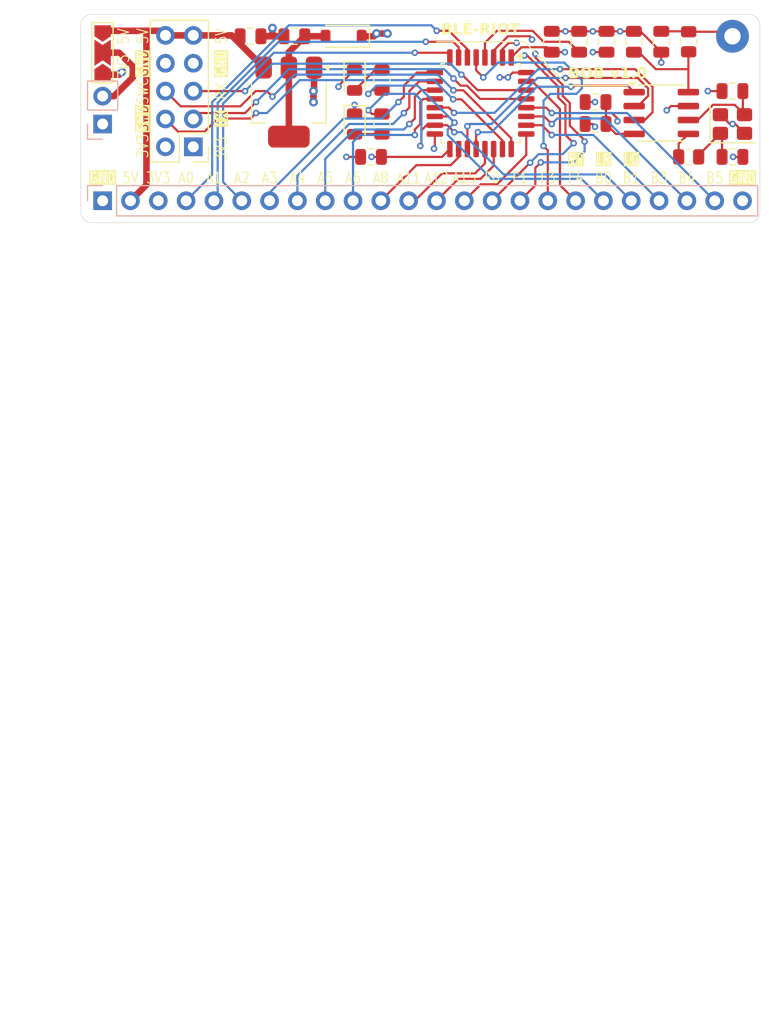
<source format=kicad_pcb>
(kicad_pcb (version 20241229) (generator "pcbnew") (generator_version "9.0")
  (layers (0 "F.Cu" signal) (4 "In1.Cu" signal) (6 "In2.Cu" signal) (2 "B.Cu" signal) (13 "F.Paste" user) (15 "B.Paste" user) (5 "F.SilkS" user "F.Silkscreen") (7 "B.SilkS" user "B.Silkscreen") (1 "F.Mask" user) (3 "B.Mask" user) (25 "Edge.Cuts" user))
  (net 0 "")
  (net 1 "Net-(A1-A)")
  (net 2 "GND")
  (net 3 "Net-(U1-ANT)")
  (net 4 "Net-(U1-XC0)")
  (net 5 "Net-(U1-XC1)")
  (net 6 "+3V3")
  (net 7 "+5V")
  (net 8 "Net-(U3-PF2-NRST)")
  (net 9 "Net-(D1-A)")
  (net 10 "Net-(D2-A)")
  (net 11 "/PROG_DIO")
  (net 12 "/PROG_CLK")
  (net 13 "/PROG_RXD")
  (net 14 "/PROG_TXD")
  (net 15 "/PF0")
  (net 16 "/PF4")
  (net 17 "/PB3")
  (net 18 "/PF1")
  (net 19 "/PB1")
  (net 20 "/PB0")
  (net 21 "/PB4")
  (net 22 "/PF3")
  (net 23 "/PA3")
  (net 24 "/PA8")
  (net 25 "/PA5")
  (net 26 "/PA0")
  (net 27 "/PA12")
  (net 28 "/PA2")
  (net 29 "/PA6")
  (net 30 "/PA11")
  (net 31 "/PA4")
  (net 32 "/PA1")
  (net 33 "/RF_CLK")
  (net 34 "/~{RF_CS}")
  (net 35 "/RF_DIO")
  (net 36 "/PA15")
  (net 37 "/PB5")
  (net 38 "Net-(D3-A)")
  (net 39 "Net-(J2-Pin_2)")
  (net 40 "Net-(C4-Pad2)")
  (footprint "Resistor_SMD:R_0805_2012Metric" (layer "F.Cu") (at 207.5 57 90)
    (property "Reference" "R3" (hide yes))
    (property "Value" "270R")
  )
  (footprint "Capacitor_SMD:C_0805_2012Metric" (layer "F.Cu") (at 230.5 53.5 -90)
    (property "Reference" "C2" (hide yes))
    (property "Value" "NC")
  )
  (footprint "Capacitor_SMD:C_0805_2012Metric" (layer "F.Cu") (at 195.5 53)
    (property "Reference" "C9" (hide yes))
    (property "Value" "10u")
  )
  (footprint "Resistor_SMD:R_0805_2012Metric" (layer "F.Cu") (at 235.5 64)
    (property "Reference" "R2" (hide yes))
    (property "Value" "0R")
  )
  (footprint "Capacitor_SMD:C_0805_2012Metric" (layer "F.Cu") (at 239.5 64 180)
    (property "Reference" "C4" (hide yes))
    (property "Value" "NC")
  )
  (footprint "Capacitor_SMD:C_0805_2012Metric" (layer "F.Cu") (at 227 59 180)
    (property "Reference" "C5" (hide yes))
    (property "Value" "1u")
  )
  (footprint "Capacitor_SMD:C_0805_2012Metric" (layer "F.Cu") (at 239.5 58)
    (property "Reference" "C3" (hide yes))
    (property "Value" "NC")
  )
  (footprint "Capacitor_SMD:C_0805_2012Metric" (layer "F.Cu") (at 225.5 53.5 90)
    (property "Reference" "C10" (hide yes))
    (property "Value" "100n")
  )
  (footprint "Diode_SMD:D_SOD-123" (layer "F.Cu") (at 204 53 180)
    (property "Reference" "D1" (hide yes))
    (property "Value" "DSK14")
  )
  (footprint "Resistor_SMD:R_0805_2012Metric" (layer "F.Cu") (at 235.5 53.5 90)
    (property "Reference" "R1" (hide yes))
    (property "Value" "0R")
  )
  (footprint "Resistor_SMD:R_0805_2012Metric" (layer "F.Cu") (at 207.5 61 -90)
    (property "Reference" "R4" (hide yes))
    (property "Value" "270R")
  )
  (footprint "Capacitor_SMD:C_0805_2012Metric" (layer "F.Cu") (at 233 53.5 90)
    (property "Reference" "C1" (hide yes))
    (property "Value" "NC")
  )
  (footprint "Drake:Wire antena 2.4GHz" (layer "F.Cu") (at 239.5 53 90)
    (property "Reference" "A1" (hide yes))
    (property "Value" "31mm")
  )
  (footprint "Capacitor_SMD:C_0805_2012Metric" (layer "F.Cu") (at 223 53.5 90)
    (property "Reference" "C8" (hide yes))
    (property "Value" "100n")
  )
  (footprint "LED_SMD:LED_0805_2012Metric" (layer "F.Cu") (at 205 61 -90)
    (property "Reference" "D3" (hide yes))
    (property "Value" "GREEN")
  )
  (footprint "Package_TO_SOT_SMD:SOT-223-3_TabPin2" (layer "F.Cu") (at 199 59 -90)
    (property "Reference" "U2" (hide yes))
    (property "Value" "LM1117MP-3.3")
  )
  (footprint "Capacitor_SMD:C_0805_2012Metric" (layer "F.Cu") (at 199.5 53 180)
    (property "Reference" "C11" (hide yes))
    (property "Value" "10u")
  )
  (footprint "Capacitor_SMD:C_0805_2012Metric" (layer "F.Cu") (at 206.5 64 180)
    (property "Reference" "C12" (hide yes))
    (property "Value" "100n")
  )
  (footprint "Capacitor_SMD:C_0805_2012Metric" (layer "F.Cu") (at 228 53.5 90)
    (property "Reference" "C7" (hide yes))
    (property "Value" "1u")
  )
  (footprint "Crystal:Crystal_SMD_3225-4Pin_3.2x2.5mm" (layer "F.Cu") (at 239.5 61)
    (property "Reference" "Y1" (hide yes))
    (property "Value" "16MHz")
  )
  (footprint "LED_SMD:LED_0805_2012Metric" (layer "F.Cu") (at 205 57 -90)
    (property "Reference" "D2" (hide yes))
    (property "Value" "RED")
  )
  (footprint "Capacitor_SMD:C_0805_2012Metric" (layer "F.Cu") (at 227 61 180)
    (property "Reference" "C6" (hide yes))
    (property "Value" "100n")
  )
  (footprint "Connector_PinHeader_2.54mm:PinHeader_2x05_P2.54mm_Vertical" (layer "F.Cu") (at 190.275 63.08 180)
    (property "Reference" "J1" (hide yes))
    (property "Value" "PROG")
  )
  (footprint "Package_QFP:LQFP-32_7x7mm_P0.8mm" (layer "F.Cu") (at 216.5 59.11 -90)
    (property "Reference" "U3" (hide yes))
    (property "Value" "PY32F030K1xTx")
  )
  (footprint "Jumper:SolderJumper-3_P2.0mm_Open_TrianglePad1.0x1.5mm" (layer "F.Cu") (at 182 54.5 90)
    (property "Reference" "JP1" (hide yes))
    (property "Value" "5V / 3.3V")
  )
  (footprint "Package_SO:SOIC-8_3.9x4.9mm_P1.27mm" (layer "F.Cu") (at 233 60)
    (property "Reference" "U1" (hide yes))
    (property "Value" "PAN2110P0AA")
  )
  (footprint "Connector_PinHeader_2.54mm:PinHeader_1x02_P2.54mm_Vertical" (layer "B.Cu") (at 182 61)
    (property "Reference" "J2" (hide yes))
    (property "Value" "PWR")
  )
  (footprint "Connector_PinHeader_2.54mm:PinHeader_1x24_P2.54mm_Vertical" (layer "B.Cu") (at 182 68 -90)
    (property "Reference" "J3" (hide yes))
    (property "Value" "BB" (hide yes))
  )
  (gr_line (start 212.5 53.5) (end 220.5 53.5) (stroke (width 0.1)) (layer "F.SilkS"))
  (gr_line (start 224.5 57.5) (end 230 57.5) (stroke (width 0.1)) (layer "F.SilkS"))
  (gr_line (start 224.5 57.5) (end 220.5 53.5) (stroke (width 0.1)) (layer "F.SilkS"))
  (gr_line (start 181 51) (end 241 51) (stroke (width 0.05)) (layer "Edge.Cuts"))
  (gr_line (start 180 69) (end 180 52) (stroke (width 0.05)) (layer "Edge.Cuts"))
  (gr_line (start 241 70) (end 181 70) (stroke (width 0.05)) (layer "Edge.Cuts"))
  (gr_arc (start 242 69) (mid 241.707107 69.707107) (end 241 70) (stroke (width 0.05)) (layer "Edge.Cuts"))
  (gr_arc (start 181 70) (mid 180.292893 69.707107) (end 180 69) (stroke (width 0.05)) (layer "Edge.Cuts"))
  (gr_arc (start 241 51) (mid 241.707107 51.292893) (end 242 52) (stroke (width 0.05)) (layer "Edge.Cuts"))
  (gr_arc (start 180 52) (mid 180.292893 51.292893) (end 181 51) (stroke (width 0.05)) (layer "Edge.Cuts"))
  (gr_line (start 242 52) (end 242 69) (stroke (width 0.05)) (layer "Edge.Cuts"))
  (gr_text "3V3" (at 187.08 66.5 0) (layer "F.SilkS") (effects (font (size 1 0.8) (thickness 0.1)) (justify bottom)))
  (gr_text "LG" (at 230.26 64.825 0) (layer "F.SilkS" knockout) (effects (font (size 1 0.8) (thickness 0.1)) (justify bottom)))
  (gr_text "BOB v1.0" (at 224.5 57 0) (layer "F.SilkS") (effects (font (size 1 1) (thickness 0.25) (bold yes)) (justify left bottom)))
  (gr_text "A2" (at 194.7 66.5 0) (layer "F.SilkS") (effects (font (size 1 0.8) (thickness 0.1)) (justify bottom)))
  (gr_text "BT" (at 225.18 64.825 0) (layer "F.SilkS" knockout) (effects (font (size 1 0.8) (thickness 0.1)) (justify bottom)))
  (gr_text "B0" (at 227.72 66.5 0) (layer "F.SilkS") (effects (font (size 1 0.8) (thickness 0.1)) (justify bottom)))
  (gr_text "F1" (at 220.1 66.5 0) (layer "F.SilkS") (effects (font (size 1 0.8) (thickness 0.1)) (justify bottom)))
  (gr_text "A6" (at 204.86 66.5 0) (layer "F.SilkS") (effects (font (size 1 0.8) (thickness 0.1)) (justify bottom)))
  (gr_text "LR" (at 227.72 64.825 0) (layer "F.SilkS" knockout) (effects (font (size 1 0.8) (thickness 0.1)) (justify bottom)))
  (gr_text "GND" (at 192.25 55.5 90) (layer "F.SilkS" knockout) (effects (font (size 1 0.8) (thickness 0.1)) (justify top)))
  (gr_text "A1" (at 192.16 66.5 0) (layer "F.SilkS") (effects (font (size 1 0.8) (thickness 0.1)) (justify bottom)))
  (gr_text "A3" (at 197.24 66.5 0) (layer "F.SilkS") (effects (font (size 1 0.8) (thickness 0.1)) (justify bottom)))
  (gr_text "A4" (at 199.78 66.5 0) (layer "F.SilkS") (effects (font (size 1 0.8) (thickness 0.1)) (justify bottom)))
  (gr_text "TX" (at 192.25 60.5 90) (layer "F.SilkS" knockout) (effects (font (size 1 0.8) (thickness 0.1)) (justify top)))
  (gr_text "BLÉ-RIOT" (at 216.5 53 0) (layer "F.SilkS") (effects (font (size 1 1) (thickness 0.25) (bold yes)) (justify bottom)))
  (gr_text "B5" (at 237.88 66.5 0) (layer "F.SilkS") (effects (font (size 1 0.8) (thickness 0.1)) (justify bottom)))
  (gr_text "GND" (at 186.25 55.5 90) (layer "F.SilkS" knockout) (effects (font (size 1 0.8) (thickness 0.1)) (justify bottom)))
  (gr_text "F4" (at 225.18 66.5 0) (layer "F.SilkS") (effects (font (size 1 0.8) (thickness 0.1)) (justify bottom)))
  (gr_text "3V3" (at 184.5 55.75 90) (layer "F.SilkS") (effects (font (size 1 0.8) (thickness 0.1)) (justify bottom)))
  (gr_text "A11" (at 209.94 66.5 0) (layer "F.SilkS") (effects (font (size 1 0.8) (thickness 0.1)) (justify bottom)))
  (gr_text "5V" (at 184.54 66.5 0) (layer "F.SilkS") (effects (font (size 1 0.8) (thickness 0.1)) (justify bottom)))
  (gr_text "5V" (at 186.25 53 90) (layer "F.SilkS") (effects (font (size 1 0.8) (thickness 0.1)) (justify bottom)))
  (gr_text "RX" (at 192.25 58 90) (layer "F.SilkS") (effects (font (size 1 0.8) (thickness 0.1)) (justify top)))
  (gr_text "3V3" (at 186.25 63 90) (layer "F.SilkS") (effects (font (size 1 0.8) (thickness 0.1)) (justify bottom)))
  (gr_text "B4" (at 235.34 66.5 0) (layer "F.SilkS") (effects (font (size 1 0.8) (thickness 0.1)) (justify bottom)))
  (gr_text "B3" (at 232.8 66.5 0) (layer "F.SilkS") (effects (font (size 1 0.8) (thickness 0.1)) (justify bottom)))
  (gr_text "GND" (at 182 66.5 0) (layer "F.SilkS" knockout) (effects (font (size 1 0.8) (thickness 0.1)) (justify bottom)))
  (gr_text "A5" (at 202.32 66.5 0) (layer "F.SilkS") (effects (font (size 1 0.8) (thickness 0.1)) (justify bottom)))
  (gr_text "B1" (at 230.26 66.5 0) (layer "F.SilkS") (effects (font (size 1 0.8) (thickness 0.1)) (justify bottom)))
  (gr_text "3V3" (at 192.25 63.25 90) (layer "F.SilkS") (effects (font (size 1 0.8) (thickness 0.1)) (justify top)))
  (gr_text "5V" (at 192.25 53 90) (layer "F.SilkS") (effects (font (size 1 0.8) (thickness 0.1)) (justify top)))
  (gr_text "GND" (at 240.42 66.5 0) (layer "F.SilkS" knockout) (effects (font (size 1 0.8) (thickness 0.1)) (justify bottom)))
  (gr_text "F3" (at 222.64 66.5 0) (layer "F.SilkS") (effects (font (size 1 0.8) (thickness 0.1)) (justify bottom)))
  (gr_text "A12" (at 212.48 66.5 0) (layer "F.SilkS") (effects (font (size 1 0.8) (thickness 0.1)) (justify bottom)))
  (gr_text "SWC" (at 186.25 58 90) (layer "F.SilkS") (effects (font (size 1 0.8) (thickness 0.1)) (justify bottom)))
  (gr_text "A8" (at 207.4 66.5 0) (layer "F.SilkS") (effects (font (size 1 0.8) (thickness 0.1)) (justify bottom)))
  (gr_text "F0" (at 217.56 66.5 0) (layer "F.SilkS") (effects (font (size 1 0.8) (thickness 0.1)) (justify bottom)))
  (gr_text "5V" (at 184.5 53 90) (layer "F.SilkS") (effects (font (size 1 0.8) (thickness 0.1)) (justify bottom)))
  (gr_text "A15" (at 215.02 66.5 0) (layer "F.SilkS") (effects (font (size 1 0.8) (thickness 0.1)) (justify bottom)))
  (gr_text "SWD" (at 186.25 60.5 90) (layer "F.SilkS" knockout) (effects (font (size 1 0.8) (thickness 0.1)) (justify bottom)))
  (gr_text "A0" (at 189.62 66.5 0) (layer "F.SilkS") (effects (font (size 1 0.8) (thickness 0.1)) (justify bottom)))
  (segment (start 239.0875 52.5875) (end 239.5 53) (width 0.2) (layer "F.Cu") (net 1))
  (segment (start 235.5 52.5875) (end 235.4625 52.55) (width 0.2) (layer "F.Cu") (net 1))
  (segment (start 235.4625 52.55) (end 233 52.55) (width 0.2) (layer "F.Cu") (net 1))
  (segment (start 235.5 52.5875) (end 239.0875 52.5875) (width 0.2) (layer "F.Cu") (net 1))
  (segment (start 227 61.25) (end 226.95 61.25) (width 0.2) (layer "F.Cu") (net 2))
  (segment (start 226.75 52.55) (end 229.25 52.55) (width 0.2) (layer "F.Cu") (net 2))
  (segment (start 238.4 60.15) (end 239.25 61) (width 0.2) (layer "F.Cu") (net 2))
  (segment (start 233.885 59.365) (end 233.5 59.75) (width 0.2) (layer "F.Cu") (net 2))
  (segment (start 224.25 52.55) (end 226.75 52.55) (width 0.2) (layer "F.Cu") (net 2))
  (segment (start 240.6 61.85) (end 239.75 61) (width 0.2) (layer "F.Cu") (net 2))
  (segment (start 238.55 58) (end 237.25 58) (width 0.2) (layer "F.Cu") (net 2))
  (segment (start 239.25 61) (end 239.5 61) (width 0.2) (layer "F.Cu") (net 2))
  (segment (start 226.75 61) (end 227 61.25) (width 0.2) (layer "F.Cu") (net 2))
  (segment (start 198.55 53) (end 197.5 53) (width 0.6) (layer "F.Cu") (net 2))
  (segment (start 219.44 56.31) (end 219 56.75) (width 0.2) (layer "F.Cu") (net 2))
  (segment (start 197.5 53) (end 196.45 53) (width 0.6) (layer "F.Cu") (net 2))
  (segment (start 205.55 64) (end 204.25 64) (width 0.2) (layer "F.Cu") (net 2))
  (segment (start 197.5 52.25) (end 197.5 53) (width 0.6) (layer "F.Cu") (net 2))
  (segment (start 240.45 64) (end 239.55 64) (width 0.2) (layer "F.Cu") (net 2))
  (segment (start 203.53125 57.6) (end 203.53125 57.53125) (width 0.2) (layer "F.Cu") (net 2))
  (segment (start 205 60.0625) (end 205 59.25) (width 0.2) (layer "F.Cu") (net 2))
  (segment (start 203.53125 57.53125) (end 205 56.0625) (width 0.2) (layer "F.Cu") (net 2))
  (segment (start 212.325 61.91) (end 212.325 63.175) (width 0.2) (layer "F.Cu") (net 2))
  (segment (start 226.05 61) (end 226.75 61) (width 0.2) (layer "F.Cu") (net 2))
  (segment (start 201.25 58) (end 201.25 59) (width 0.6) (layer "F.Cu") (net 2))
  (segment (start 233 54.45) (end 233 55.4) (width 0.2) (layer "F.Cu") (net 2))
  (segment (start 226.05 59) (end 226.95 59) (width 0.2) (layer "F.Cu") (net 2))
  (segment (start 201.3 57.95) (end 201.25 58) (width 0.6) (layer "F.Cu") (net 2))
  (segment (start 219 56.75) (end 218.25 56.75) (width 0.2) (layer "F.Cu") (net 2))
  (segment (start 224.25 52.55) (end 223 52.55) (width 0.2) (layer "F.Cu") (net 2))
  (segment (start 212.325 63.175) (end 212.25 63.25) (width 0.2) (layer "F.Cu") (net 2))
  (segment (start 201.3 55.85) (end 201.3 57.95) (width 0.6) (layer "F.Cu") (net 2))
  (segment (start 220.675 56.31) (end 219.44 56.31) (width 0.2) (layer "F.Cu") (net 2))
  (segment (start 239.75 61) (end 239.5 61) (width 0.2) (layer "F.Cu") (net 2))
  (segment (start 229.25 52.55) (end 231.1 52.55) (width 0.2) (layer "F.Cu") (net 2))
  (segment (start 231.1 52.55) (end 233 54.45) (width 0.2) (layer "F.Cu") (net 2))
  (segment (start 235.475 59.365) (end 233.885 59.365) (width 0.2) (layer "F.Cu") (net 2))
  (via (at 201.25 58) (size 0.8) (drill 0.4) (layers "F.Cu" "B.Cu") (net 2))
  (via (at 233 55.4) (size 0.6) (drill 0.3) (layers "F.Cu" "B.Cu") (net 2))
  (via (at 219 56.75) (size 0.6) (drill 0.3) (layers "F.Cu" "B.Cu") (net 2))
  (via (at 237.25 58) (size 0.6) (drill 0.3) (layers "F.Cu" "B.Cu") (net 2))
  (via (at 218.25 56.75) (size 0.6) (drill 0.3) (layers "F.Cu" "B.Cu") (net 2))
  (via (at 203.53125 57.6) (size 0.6) (drill 0.3) (layers "F.Cu" "B.Cu") (net 2))
  (via (at 205 59.25) (size 0.6) (drill 0.3) (layers "F.Cu" "B.Cu") (net 2))
  (via (at 224.25 52.55) (size 0.6) (drill 0.3) (layers "F.Cu" "B.Cu") (net 2))
  (via (at 233.5 59.75) (size 0.6) (drill 0.3) (layers "F.Cu" "B.Cu") (net 2))
  (via (at 226.95 59) (size 0.6) (drill 0.3) (layers "F.Cu" "B.Cu") (net 2))
  (via (at 239.5 61) (size 0.6) (drill 0.3) (layers "F.Cu" "B.Cu") (net 2))
  (via (at 212.25 63.25) (size 0.6) (drill 0.3) (layers "F.Cu" "B.Cu") (net 2))
  (via (at 201.25 59) (size 0.8) (drill 0.4) (layers "F.Cu" "B.Cu") (net 2))
  (via (at 226.75 52.55) (size 0.6) (drill 0.3) (layers "F.Cu" "B.Cu") (net 2))
  (via (at 226.95 61.25) (size 0.6) (drill 0.3) (layers "F.Cu" "B.Cu") (net 2))
  (via (at 204.25 64) (size 0.6) (drill 0.3) (layers "F.Cu" "B.Cu") (net 2))
  (via (at 239.55 64) (size 0.6) (drill 0.3) (layers "F.Cu" "B.Cu") (net 2))
  (via (at 229.25 52.55) (size 0.6) (drill 0.3) (layers "F.Cu" "B.Cu") (net 2))
  (via (at 197.5 52.25) (size 0.8) (drill 0.4) (layers "F.Cu" "B.Cu") (net 2))
  (segment (start 235.475 56) (end 235.475 54.4375) (width 0.2) (layer "F.Cu") (net 3))
  (segment (start 230.5 54.45) (end 230.95 54.45) (width 0.2) (layer "F.Cu") (net 3))
  (segment (start 230.95 54.45) (end 232.5 56) (width 0.2) (layer "F.Cu") (net 3))
  (segment (start 232.5 56) (end 235.475 56) (width 0.2) (layer "F.Cu") (net 3))
  (segment (start 235.475 54.4375) (end 235.5 54.4125) (width 0.2) (layer "F.Cu") (net 3))
  (segment (start 235.475 58.095) (end 235.475 56) (width 0.2) (layer "F.Cu") (net 3))
  (segment (start 239.699 59.249) (end 240.6 60.15) (width 0.2) (layer "F.Cu") (net 4))
  (segment (start 237.71484 59.249) (end 239.699 59.249) (width 0.2) (layer "F.Cu") (net 4))
  (segment (start 235.475 60.635) (end 236.32884 60.635) (width 0.2) (layer "F.Cu") (net 4))
  (segment (start 240.45 58) (end 240.45 60) (width 0.2) (layer "F.Cu") (net 4))
  (segment (start 236.32884 60.635) (end 237.71484 59.249) (width 0.2) (layer "F.Cu") (net 4))
  (segment (start 240.45 60) (end 240.6 60.15) (width 0.2) (layer "F.Cu") (net 4))
  (segment (start 235.475 61.905) (end 234.5875 62.7925) (width 0.2) (layer "F.Cu") (net 5))
  (segment (start 234.5875 62.7925) (end 234.5875 64) (width 0.2) (layer "F.Cu") (net 5))
  (segment (start 227.95 60) (end 228.5 60) (width 0.2) (layer "F.Cu") (net 6))
  (segment (start 223 54.45) (end 224.2 54.45) (width 0.2) (layer "F.Cu") (net 6))
  (segment (start 228.855 61.905) (end 227.95 61) (width 0.2) (layer "F.Cu") (net 6))
  (segment (start 219.3 54.935) (end 220.235 54) (width 0.2) (layer "F.Cu") (net 6))
  (segment (start 224.25 54.5) (end 224.2 54.45) (width 0.2) (layer "F.Cu") (net 6))
  (segment (start 227.95 60) (end 227.95 59) (width 0.2) (layer "F.Cu") (net 6))
  (segment (start 222.55 54) (end 223 54.45) (width 0.2) (layer "F.Cu") (net 6))
  (segment (start 226.75 54.45) (end 228 54.45) (width 0.2) (layer "F.Cu") (net 6))
  (segment (start 230.525 61.905) (end 228.855 61.905) (width 0.2) (layer "F.Cu") (net 6))
  (segment (start 212.985 64) (end 207.45 64) (width 0.2) (layer "F.Cu") (net 6))
  (segment (start 206.75 53) (end 207 52.75) (width 0.6) (layer "F.Cu") (net 6))
  (segment (start 207 52.75) (end 208 52.75) (width 0.6) (layer "F.Cu") (net 6))
  (segment (start 227.95 61) (end 227.95 60) (width 0.2) (layer "F.Cu") (net 6))
  (segment (start 207.45 64) (end 206.55 64) (width 0.2) (layer "F.Cu") (net 6))
  (segment (start 183.5 56.5) (end 183.75 56.25) (width 0.6) (layer "F.Cu") (net 6))
  (segment (start 229 60.5) (end 229 60.75) (width 0.2) (layer "F.Cu") (net 6))
  (segment (start 220.235 54) (end 222.55 54) (width 0.2) (layer "F.Cu") (net 6))
  (segment (start 182 56.5) (end 183.5 56.5) (width 0.6) (layer "F.Cu") (net 6))
  (segment (start 213.7 63.285) (end 212.985 64) (width 0.2) (layer "F.Cu") (net 6))
  (segment (start 228.5 60) (end 229 60.5) (width 0.2) (layer "F.Cu") (net 6))
  (segment (start 205.65 53) (end 206.75 53) (width 0.6) (layer "F.Cu") (net 6))
  (via (at 226.75 54.45) (size 0.6) (drill 0.3) (layers "F.Cu" "B.Cu") (net 6))
  (via (at 207 52.75) (size 0.8) (drill 0.4) (layers "F.Cu" "B.Cu") (net 6))
  (via (at 208 52.75) (size 0.8) (drill 0.4) (layers "F.Cu" "B.Cu") (net 6))
  (via (at 206.55 64) (size 0.6) (drill 0.3) (layers "F.Cu" "B.Cu") (net 6))
  (via (at 183.75 56.25) (size 0.8) (drill 0.4) (layers "F.Cu" "B.Cu") (net 6))
  (via (at 229 60.75) (size 0.6) (drill 0.3) (layers "F.Cu" "B.Cu") (net 6))
  (via (at 224.2 54.45) (size 0.6) (drill 0.3) (layers "F.Cu" "B.Cu") (net 6))
  (segment (start 182 52.5) (end 186 52.5) (width 0.6) (layer "F.Cu") (net 7))
  (segment (start 193.77 52.92) (end 196.7 55.85) (width 0.6) (layer "F.Cu") (net 7))
  (segment (start 187.315 52.5) (end 187.735 52.92) (width 0.6) (layer "F.Cu") (net 7))
  (segment (start 184.54 68) (end 186 66.54) (width 0.6) (layer "F.Cu") (net 7))
  (segment (start 187.735 52.92) (end 193.77 52.92) (width 0.6) (layer "F.Cu") (net 7))
  (segment (start 186 66.54) (end 186 52.5) (width 0.6) (layer "F.Cu") (net 7))
  (segment (start 186 52.5) (end 187.315 52.5) (width 0.6) (layer "F.Cu") (net 7))
  (segment (start 216.9 54.935) (end 216.9 53.6) (width 0.2) (layer "F.Cu") (net 8))
  (segment (start 224.55 53.5) (end 225.21645 54.16645) (width 0.2) (layer "F.Cu") (net 8))
  (segment (start 216.9 53.6) (end 218 52.5) (width 0.2) (layer "F.Cu") (net 8))
  (segment (start 222.25 53.5) (end 224.55 53.5) (width 0.2) (layer "F.Cu") (net 8))
  (segment (start 221.25 52.5) (end 222.25 53.5) (width 0.2) (layer "F.Cu") (net 8))
  (segment (start 218 52.5) (end 221.25 52.5) (width 0.2) (layer "F.Cu") (net 8))
  (segment (start 199 62.15) (end 199 55.85) (width 0.6) (layer "F.Cu") (net 9))
  (segment (start 199 54.45) (end 200.45 53) (width 0.6) (layer "F.Cu") (net 9))
  (segment (start 200.45 53) (end 202.35 53) (width 0.6) (layer "F.Cu") (net 9))
  (segment (start 199 55.85) (end 199 54.45) (width 0.6) (layer "F.Cu") (net 9))
  (segment (start 207.5 56.0875) (end 206.85 56.0875) (width 0.2) (layer "F.Cu") (net 10))
  (segment (start 206.85 56.0875) (end 205 57.9375) (width 0.2) (layer "F.Cu") (net 10))
  (segment (start 214 58.75) (end 214.75 58.75) (width 0.2) (layer "F.Cu") (net 11))
  (segment (start 192.5 60.5) (end 191.309 61.691) (width 0.2) (layer "F.Cu") (net 11))
  (segment (start 195.5 60.5) (end 192.5 60.5) (width 0.2) (layer "F.Cu") (net 11))
  (segment (start 196 60) (end 195.5 60.5) (width 0.2) (layer "F.Cu") (net 11))
  (segment (start 188.886 61.691) (end 187.735 60.54) (width 0.2) (layer "F.Cu") (net 11))
  (segment (start 214.75 58.75) (end 218.5 62.5) (width 0.2) (layer "F.Cu") (net 11))
  (segment (start 218.5 62.5) (end 218.5 63.285) (width 0.2) (layer "F.Cu") (net 11))
  (segment (start 191.309 61.691) (end 188.886 61.691) (width 0.2) (layer "F.Cu") (net 11))
  (via (at 196 60) (size 0.6) (drill 0.3) (layers "F.Cu" "B.Cu") (net 11))
  (via (at 214 58.75) (size 0.6) (drill 0.3) (layers "F.Cu" "B.Cu") (net 11))
  (segment (start 200 57) (end 197 60) (width 0.2) (layer "B.Cu") (net 11))
  (segment (start 197 60) (end 196 60) (width 0.2) (layer "B.Cu") (net 11))
  (segment (start 212.25 57) (end 200 57) (width 0.2) (layer "B.Cu") (net 11))
  (segment (start 214 58.75) (end 212.25 57) (width 0.2) (layer "B.Cu") (net 11))
  (segment (start 195.96645 58) (end 194.57745 59.389) (width 0.2) (layer "F.Cu") (net 12))
  (segment (start 189.124 59.389) (end 187.735 58) (width 0.2) (layer "F.Cu") (net 12))
  (segment (start 219.3 62.3) (end 219.3 63.285) (width 0.2) (layer "F.Cu") (net 12))
  (segment (start 197.5 58.5) (end 197 58) (width 0.2) (layer "F.Cu") (net 12))
  (segment (start 214.925734 57.925734) (end 219.3 62.3) (width 0.2) (layer "F.Cu") (net 12))
  (segment (start 197 58) (end 195.96645 58) (width 0.2) (layer "F.Cu") (net 12))
  (segment (start 194.57745 59.389) (end 189.124 59.389) (width 0.2) (layer "F.Cu") (net 12))
  (segment (start 214.024263 57.925734) (end 214.925734 57.925734) (width 0.2) (layer "F.Cu") (net 12))
  (via (at 214.024263 57.925734) (size 0.6) (drill 0.3) (layers "F.Cu" "B.Cu") (net 12))
  (via (at 197.5 58.5) (size 0.6) (drill 0.3) (layers "F.Cu" "B.Cu") (net 12))
  (segment (start 199.5 56.5) (end 197.5 58.5) (width 0.2) (layer "B.Cu") (net 12))
  (segment (start 214.024263 57.925734) (end 212.598529 56.5) (width 0.2) (layer "B.Cu") (net 12))
  (segment (start 212.598529 56.5) (end 199.5 56.5) (width 0.2) (layer "B.Cu") (net 12))
  (segment (start 214.8171 56.5) (end 216.2271 57.91) (width 0.2) (layer "F.Cu") (net 13))
  (segment (start 216.2271 57.91) (end 220.675 57.91) (width 0.2) (layer "F.Cu") (net 13))
  (segment (start 190.275 58) (end 195 58) (width 0.2) (layer "F.Cu") (net 13))
  (segment (start 214.75 56.5) (end 214.8171 56.5) (width 0.2) (layer "F.Cu") (net 13))
  (via (at 195 58) (size 0.6) (drill 0.3) (layers "F.Cu" "B.Cu") (net 13))
  (via (at 214.75 56.5) (size 0.6) (drill 0.3) (layers "F.Cu" "B.Cu") (net 13))
  (segment (start 214.75 56.5) (end 213.75 55.5) (width 0.2) (layer "B.Cu") (net 13))
  (segment (start 213.75 55.5) (end 197.5 55.5) (width 0.2) (layer "B.Cu") (net 13))
  (segment (start 197.5 55.5) (end 195 58) (width 0.2) (layer "B.Cu") (net 13))
  (segment (start 214.676684 57.5) (end 215.25 57.5) (width 0.2) (layer "F.Cu") (net 14))
  (segment (start 214.034456 56.857772) (end 214.676684 57.5) (width 0.2) (layer "F.Cu") (net 14))
  (segment (start 196 59) (end 195 60) (width 0.2) (layer "F.Cu") (net 14))
  (segment (start 216.46 58.71) (end 220.675 58.71) (width 0.2) (layer "F.Cu") (net 14))
  (segment (start 195 60) (end 190.815 60) (width 0.2) (layer "F.Cu") (net 14))
  (segment (start 215.25 57.5) (end 216.46 58.71) (width 0.2) (layer "F.Cu") (net 14))
  (segment (start 190.815 60) (end 190.275 60.54) (width 0.2) (layer "F.Cu") (net 14))
  (via (at 214.034456 56.857772) (size 0.6) (drill 0.3) (layers "F.Cu" "B.Cu") (net 14))
  (via (at 196 59) (size 0.6) (drill 0.3) (layers "F.Cu" "B.Cu") (net 14))
  (segment (start 214.034456 56.857772) (end 213.176684 56) (width 0.2) (layer "B.Cu") (net 14))
  (segment (start 213.176684 56) (end 199 56) (width 0.2) (layer "B.Cu") (net 14))
  (segment (start 199 56) (end 196 59) (width 0.2) (layer "B.Cu") (net 14))
  (segment (start 221.03 64.53) (end 217.56 68) (width 0.2) (layer "F.Cu") (net 15))
  (segment (start 223.599 57.599) (end 220.75 54.75) (width 0.2) (layer "F.Cu") (net 15))
  (segment (start 219.085001 53.6) (end 218.5 54.185001) (width 0.2) (layer "F.Cu") (net 15))
  (segment (start 223.599 58.599) (end 223.599 57.599) (width 0.2) (layer "F.Cu") (net 15))
  (segment (start 219.886473 53.5) (end 219.786473 53.6) (width 0.2) (layer "F.Cu") (net 15))
  (segment (start 220.75 54.75) (end 220.5 54.75) (width 0.2) (layer "F.Cu") (net 15))
  (segment (start 218.5 54.935) (end 218.5 54.185001) (width 0.2) (layer "F.Cu") (net 15))
  (segment (start 224.25 62) (end 224.25 59.25) (width 0.2) (layer "F.Cu") (net 15))
  (segment (start 219.786473 53.6) (end 219.085001 53.6) (width 0.2) (layer "F.Cu") (net 15))
  (segment (start 225 62.75) (end 224.25 62) (width 0.2) (layer "F.Cu") (net 15))
  (segment (start 224.25 59.25) (end 223.599 58.599) (width 0.2) (layer "F.Cu") (net 15))
  (via (at 220.5 54.75) (size 0.6) (drill 0.3) (layers "F.Cu" "B.Cu") (net 15))
  (via (at 219.786473 53.6) (size 0.6) (drill 0.3) (layers "F.Cu" "B.Cu") (net 15))
  (via (at 221.03 64.53) (size 0.6) (drill 0.3) (layers "F.Cu" "B.Cu") (net 15))
  (via (at 225 62.75) (size 0.6) (drill 0.3) (layers "F.Cu" "B.Cu") (net 15))
  (segment (start 221.81 63.75) (end 224 63.75) (width 0.2) (layer "B.Cu") (net 15))
  (segment (start 221.03 64.53) (end 221.81 63.75) (width 0.2) (layer "B.Cu") (net 15))
  (segment (start 224 63.75) (end 225 62.75) (width 0.2) (layer "B.Cu") (net 15))
  (segment (start 221.230918 57.11) (end 223.75 59.629082) (width 0.2) (layer "F.Cu") (net 16))
  (segment (start 223.75 66.57) (end 225.18 68) (width 0.2) (layer "F.Cu") (net 16))
  (segment (start 223.75 59.629082) (end 223.75 66.57) (width 0.2) (layer "F.Cu") (net 16))
  (segment (start 220.675 57.11) (end 221.230918 57.11) (width 0.2) (layer "F.Cu") (net 16))
  (segment (start 223 62) (end 222.11 61.11) (width 0.2) (layer "F.Cu") (net 17))
  (segment (start 222.11 61.11) (end 220.675 61.11) (width 0.2) (layer "F.Cu") (net 17))
  (via (at 223 62) (size 0.6) (drill 0.3) (layers "F.Cu" "B.Cu") (net 17))
  (segment (start 226.8 62) (end 232.8 68) (width 0.2) (layer "B.Cu") (net 17))
  (segment (start 223 62) (end 226.8 62) (width 0.2) (layer "B.Cu") (net 17))
  (segment (start 221.5 54.5) (end 221.5 54.6) (width 0.2) (layer "F.Cu") (net 18))
  (segment (start 217.7 54.3) (end 217.7 54.935) (width 0.2) (layer "F.Cu") (net 18))
  (segment (start 219 53) (end 217.7 54.3) (width 0.2) (layer "F.Cu") (net 18))
  (segment (start 224.651 61.151) (end 224.651 59.0839) (width 0.2) (layer "F.Cu") (net 18))
  (segment (start 221.5 65) (end 222 64.5) (width 0.2) (layer "F.Cu") (net 18))
  (segment (start 221.25 53.25) (end 221.200735 53.299265) (width 0.2) (layer "F.Cu") (net 18))
  (segment (start 221 53) (end 221.25 53.25) (width 0.2) (layer "F.Cu") (net 18))
  (segment (start 224 57.4329) (end 221.5 54.9329) (width 0.2) (layer "F.Cu") (net 18))
  (segment (start 221 53) (end 219 53) (width 0.2) (layer "F.Cu") (net 18))
  (segment (start 221.5 54.9329) (end 221.5 54.5) (width 0.2) (layer "F.Cu") (net 18))
  (segment (start 224.651 59.0839) (end 224 58.4329) (width 0.2) (layer "F.Cu") (net 18))
  (segment (start 224 58.4329) (end 224 57.4329) (width 0.2) (layer "F.Cu") (net 18))
  (segment (start 226 62.6) (end 226 62.5) (width 0.2) (layer "F.Cu") (net 18))
  (segment (start 220.1 68) (end 221.5 66.6) (width 0.2) (layer "F.Cu") (net 18))
  (segment (start 226 62.5) (end 224.651 61.151) (width 0.2) (layer "F.Cu") (net 18))
  (segment (start 221.5 66.6) (end 221.5 65) (width 0.2) (layer "F.Cu") (net 18))
  (via (at 226 62.6) (size 0.6) (drill 0.3) (layers "F.Cu" "B.Cu") (net 18))
  (via (at 221.200735 53.299265) (size 0.6) (drill 0.3) (layers "F.Cu" "B.Cu") (net 18))
  (via (at 222 64.5) (size 0.6) (drill 0.3) (layers "F.Cu" "B.Cu") (net 18))
  (via (at 221.5 54.6) (size 0.6) (drill 0.3) (layers "F.Cu" "B.Cu") (net 18))
  (segment (start 225 64.5) (end 222 64.5) (width 0.2) (layer "B.Cu") (net 18))
  (segment (start 226 62.6) (end 226 63.5) (width 0.2) (layer "B.Cu") (net 18))
  (segment (start 226 63.5) (end 225 64.5) (width 0.2) (layer "B.Cu") (net 18))
  (segment (start 211.575001 61.11) (end 212.325 61.11) (width 0.2) (layer "F.Cu") (net 19))
  (segment (start 211 63) (end 211.101 62.899) (width 0.2) (layer "F.Cu") (net 19))
  (segment (start 213.46 61.11) (end 212.325 61.11) (width 0.2) (layer "F.Cu") (net 19))
  (segment (start 211.101 62.899) (end 211.101 61.584001) (width 0.2) (layer "F.Cu") (net 19))
  (segment (start 207.5 60.0875) (end 206.5875 60.0875) (width 0.2) (layer "F.Cu") (net 19))
  (segment (start 211.101 61.584001) (end 211.575001 61.11) (width 0.2) (layer "F.Cu") (net 19))
  (segment (start 206.5875 60.0875) (end 206.25 59.75) (width 0.2) (layer "F.Cu") (net 19))
  (segment (start 214.1 61.75) (end 213.46 61.11) (width 0.2) (layer "F.Cu") (net 19))
  (via (at 211 63) (size 0.6) (drill 0.3) (layers "F.Cu" "B.Cu") (net 19))
  (via (at 206.25 59.75) (size 0.6) (drill 0.3) (layers "F.Cu" "B.Cu") (net 19))
  (via (at 214.1 61.75) (size 0.6) (drill 0.3) (layers "F.Cu" "B.Cu") (net 19))
  (segment (start 218.599 65.599) (end 227.859 65.599) (width 0.2) (layer "B.Cu") (net 19))
  (segment (start 207.75 58.25) (end 206.25 59.75) (width 0.2) (layer "B.Cu") (net 19))
  (segment (start 211.101 58.851) (end 210.5 58.25) (width 0.2) (layer "B.Cu") (net 19))
  (segment (start 210.5 58.25) (end 207.75 58.25) (width 0.2) (layer "B.Cu") (net 19))
  (segment (start 211.101 62.899) (end 211.101 58.851) (width 0.2) (layer "B.Cu") (net 19))
  (segment (start 214.1 61.75) (end 214.75 61.75) (width 0.2) (layer "B.Cu") (net 19))
  (segment (start 211 63) (end 211.101 62.899) (width 0.2) (layer "B.Cu") (net 19))
  (segment (start 214.75 61.75) (end 218.599 65.599) (width 0.2) (layer "B.Cu") (net 19))
  (segment (start 227.859 65.599) (end 230.26 68) (width 0.2) (layer "B.Cu") (net 19))
  (segment (start 213.56 60.31) (end 212.325 60.31) (width 0.2) (layer "F.Cu") (net 20))
  (segment (start 206.5875 57.9125) (end 206.25 58.25) (width 0.2) (layer "F.Cu") (net 20))
  (segment (start 207.5 57.9125) (end 206.5875 57.9125) (width 0.2) (layer "F.Cu") (net 20))
  (segment (start 214.125 60.875) (end 213.56 60.31) (width 0.2) (layer "F.Cu") (net 20))
  (via (at 214.125 60.875) (size 0.6) (drill 0.3) (layers "F.Cu" "B.Cu") (net 20))
  (via (at 206.25 58.25) (size 0.6) (drill 0.3) (layers "F.Cu" "B.Cu") (net 20))
  (segment (start 214.125 60.875) (end 213.5 61.5) (width 0.2) (layer "B.Cu") (net 20))
  (segment (start 214.125 60.875) (end 210.75 57.5) (width 0.2) (layer "B.Cu") (net 20))
  (segment (start 210.75 57.5) (end 207 57.5) (width 0.2) (layer "B.Cu") (net 20))
  (segment (start 217.5 66) (end 225.72 66) (width 0.2) (layer "B.Cu") (net 20))
  (segment (start 213.5 62) (end 217.5 66) (width 0.2) (layer "B.Cu") (net 20))
  (segment (start 207 57.5) (end 206.25 58.25) (width 0.2) (layer "B.Cu") (net 20))
  (segment (start 213.5 61.5) (end 213.5 62) (width 0.2) (layer "B.Cu") (net 20))
  (segment (start 225.72 66) (end 227.72 68) (width 0.2) (layer "B.Cu") (net 20))
  (segment (start 223 61) (end 222.31 60.31) (width 0.2) (layer "F.Cu") (net 21))
  (segment (start 222.31 60.31) (end 220.675 60.31) (width 0.2) (layer "F.Cu") (net 21))
  (via (at 223 61) (size 0.6) (drill 0.3) (layers "F.Cu" "B.Cu") (net 21))
  (segment (start 223 61) (end 223.5 60.5) (width 0.2) (layer "B.Cu") (net 21))
  (segment (start 223.5 60.5) (end 227.84 60.5) (width 0.2) (layer "B.Cu") (net 21))
  (segment (start 227.84 60.5) (end 235.34 68) (width 0.2) (layer "B.Cu") (net 21))
  (segment (start 216.1 54.935) (end 216.1 56.1) (width 0.2) (layer "F.Cu") (net 22))
  (segment (start 222.64 68) (end 222.64 63.39) (width 0.2) (layer "F.Cu") (net 22))
  (segment (start 222.64 63.39) (end 222.25 63) (width 0.2) (layer "F.Cu") (net 22))
  (segment (start 216.1 56.1) (end 216.75 56.75) (width 0.2) (layer "F.Cu") (net 22))
  (via (at 216.75 56.75) (size 0.6) (drill 0.3) (layers "F.Cu" "B.Cu") (net 22))
  (via (at 222.25 63) (size 0.6) (drill 0.3) (layers "F.Cu" "B.Cu") (net 22))
  (segment (start 225.75 57) (end 224.148994 55.398994) (width 0.2) (layer "B.Cu") (net 22))
  (segment (start 222.875 58.25) (end 225.25 58.25) (width 0.2) (layer "B.Cu") (net 22))
  (segment (start 224.148994 55.398994) (end 218.101006 55.398994) (width 0.2) (layer "B.Cu") (net 22))
  (segment (start 225.75 57.75) (end 225.75 57) (width 0.2) (layer "B.Cu") (net 22))
  (segment (start 225.25 58.25) (end 225.75 57.75) (width 0.2) (layer "B.Cu") (net 22))
  (segment (start 218.101006 55.398994) (end 216.75 56.75) (width 0.2) (layer "B.Cu") (net 22))
  (segment (start 222.25 63) (end 222.25 58.875) (width 0.2) (layer "B.Cu") (net 22))
  (segment (start 222.25 58.875) (end 222.875 58.25) (width 0.2) (layer "B.Cu") (net 22))
  (segment (start 210.69 56.31) (end 212.325 56.31) (width 0.2) (layer "F.Cu") (net 23))
  (segment (start 209.5 57.5) (end 210.69 56.31) (width 0.2) (layer "F.Cu") (net 23))
  (segment (start 209 59) (end 209.5 58.5) (width 0.2) (layer "F.Cu") (net 23))
  (segment (start 209.5 58.5) (end 209.5 57.5) (width 0.2) (layer "F.Cu") (net 23))
  (via (at 209 59) (size 0.6) (drill 0.3) (layers "F.Cu" "B.Cu") (net 23))
  (segment (start 209 59) (end 207.5 60.5) (width 0.2) (layer "B.Cu") (net 23))
  (segment (start 197.24 67.26) (end 197.24 68) (width 0.2) (layer "B.Cu") (net 23))
  (segment (start 204 60.5) (end 197.24 67.26) (width 0.2) (layer "B.Cu") (net 23))
  (segment (start 207.5 60.5) (end 204 60.5) (width 0.2) (layer "B.Cu") (net 23))
  (segment (start 213.784999 64.75) (end 210.65 64.75) (width 0.2) (layer "F.Cu") (net 24))
  (segment (start 214.5 64.034999) (end 213.784999 64.75) (width 0.2) (layer "F.Cu") (net 24))
  (segment (start 214.5 63.285) (end 214.5 64.034999) (width 0.2) (layer "F.Cu") (net 24))
  (segment (start 210.65 64.75) (end 207.4 68) (width 0.2) (layer "F.Cu") (net 24))
  (segment (start 210.5 58.5) (end 211.09 57.91) (width 0.2) (layer "F.Cu") (net 25))
  (segment (start 210 61) (end 210.5 60.5) (width 0.2) (layer "F.Cu") (net 25))
  (segment (start 210.5 60.5) (end 210.5 58.5) (width 0.2) (layer "F.Cu") (net 25))
  (segment (start 211.09 57.91) (end 212.325 57.91) (width 0.2) (layer "F.Cu") (net 25))
  (via (at 210 61) (size 0.6) (drill 0.3) (layers "F.Cu" "B.Cu") (net 25))
  (segment (start 210 61) (end 209.5 61.5) (width 0.2) (layer "B.Cu") (net 25))
  (segment (start 205 61.5) (end 202.32 64.18) (width 0.2) (layer "B.Cu") (net 25))
  (segment (start 209.5 61.5) (end 205 61.5) (width 0.2) (layer "B.Cu") (net 25))
  (segment (start 202.32 64.18) (end 202.32 68) (width 0.2) (layer "B.Cu") (net 25))
  (segment (start 213.614999 52.5) (end 215.3 54.185001) (width 0.2) (layer "F.Cu") (net 26))
  (segment (start 212.5 52.5) (end 213.614999 52.5) (width 0.2) (layer "F.Cu") (net 26))
  (segment (start 215.3 54.185001) (end 215.3 54.935) (width 0.2) (layer "F.Cu") (net 26))
  (via (at 212.5 52.5) (size 0.6) (drill 0.3) (layers "F.Cu" "B.Cu") (net 26))
  (segment (start 199 52) (end 192 59) (width 0.2) (layer "B.Cu") (net 26))
  (segment (start 192 59) (end 192 65.62) (width 0.2) (layer "B.Cu") (net 26))
  (segment (start 192 65.62) (end 189.62 68) (width 0.2) (layer "B.Cu") (net 26))
  (segment (start 212 52) (end 199 52) (width 0.2) (layer "B.Cu") (net 26))
  (segment (start 212.5 52.5) (end 212 52) (width 0.2) (layer "B.Cu") (net 26))
  (segment (start 217.7 63.285) (end 217.7 64.8) (width 0.2) (layer "F.Cu") (net 27))
  (segment (start 217.7 64.8) (end 216.5 66) (width 0.2) (layer "F.Cu") (net 27))
  (segment (start 214.48 66) (end 212.48 68) (width 0.2) (layer "F.Cu") (net 27))
  (segment (start 216.5 66) (end 214.48 66) (width 0.2) (layer "F.Cu") (net 27))
  (segment (start 210.5 54.5) (end 213.4329 54.5) (width 0.2) (layer "F.Cu") (net 28))
  (segment (start 213.7 54.935) (end 213.7 54.7671) (width 0.2) (layer "F.Cu") (net 28))
  (segment (start 213.7 54.7671) (end 213.4329 54.5) (width 0.2) (layer "F.Cu") (net 28))
  (via (at 210.5 54.5) (size 0.6) (drill 0.3) (layers "F.Cu" "B.Cu") (net 28))
  (segment (start 193 66.3) (end 194.7 68) (width 0.2) (layer "B.Cu") (net 28))
  (segment (start 210.5 54.5) (end 197.6342 54.5) (width 0.2) (layer "B.Cu") (net 28))
  (segment (start 197.6342 54.5) (end 193 59.1342) (width 0.2) (layer "B.Cu") (net 28))
  (segment (start 193 59.1342) (end 193 66.3) (width 0.2) (layer "B.Cu") (net 28))
  (segment (start 211 59) (end 211.29 58.71) (width 0.2) (layer "F.Cu") (net 29))
  (segment (start 210.5 62) (end 210.5 61.5) (width 0.2) (layer "F.Cu") (net 29))
  (segment (start 211 61) (end 211 59) (width 0.2) (layer "F.Cu") (net 29))
  (segment (start 210.5 61.5) (end 211 61) (width 0.2) (layer "F.Cu") (net 29))
  (segment (start 211.29 58.71) (end 212.325 58.71) (width 0.2) (layer "F.Cu") (net 29))
  (via (at 210.5 62) (size 0.6) (drill 0.3) (layers "F.Cu" "B.Cu") (net 29))
  (segment (start 205.5 62) (end 204.86 62.64) (width 0.2) (layer "B.Cu") (net 29))
  (segment (start 210.5 62) (end 205.5 62) (width 0.2) (layer "B.Cu") (net 29))
  (segment (start 204.86 62.64) (end 204.86 68) (width 0.2) (layer "B.Cu") (net 29))
  (segment (start 216 65.5) (end 213 65.5) (width 0.2) (layer "F.Cu") (net 30))
  (segment (start 216.9 64.6) (end 216 65.5) (width 0.2) (layer "F.Cu") (net 30))
  (segment (start 210.5 68) (end 209.94 68) (width 0.2) (layer "F.Cu") (net 30))
  (segment (start 213 65.5) (end 210.5 68) (width 0.2) (layer "F.Cu") (net 30))
  (segment (start 216.9 63.285) (end 216.9 64.6) (width 0.2) (layer "F.Cu") (net 30))
  (segment (start 210.89 57.11) (end 212.325 57.11) (width 0.2) (layer "F.Cu") (net 31))
  (segment (start 209.5 60) (end 210 59.5) (width 0.2) (layer "F.Cu") (net 31))
  (segment (start 210 58) (end 210.89 57.11) (width 0.2) (layer "F.Cu") (net 31))
  (segment (start 210 59.5) (end 210 58) (width 0.2) (layer "F.Cu") (net 31))
  (via (at 209.5 60) (size 0.6) (drill 0.3) (layers "F.Cu" "B.Cu") (net 31))
  (segment (start 209.5 60) (end 208.5 61) (width 0.2) (layer "B.Cu") (net 31))
  (segment (start 204.5 61) (end 199.78 65.72) (width 0.2) (layer "B.Cu") (net 31))
  (segment (start 208.5 61) (end 204.5 61) (width 0.2) (layer "B.Cu") (net 31))
  (segment (start 199.78 65.72) (end 199.78 68) (width 0.2) (layer "B.Cu") (net 31))
  (segment (start 214 53.5) (end 214.5 54) (width 0.2) (layer "F.Cu") (net 32))
  (segment (start 211.5 53.5) (end 214 53.5) (width 0.2) (layer "F.Cu") (net 32))
  (segment (start 214.5 54) (end 214.5 54.935) (width 0.2) (layer "F.Cu") (net 32))
  (segment (start 214.5 54.185001) (end 214.5 54.935) (width 0.2) (layer "F.Cu") (net 32))
  (via (at 211.5 53.5) (size 0.6) (drill 0.3) (layers "F.Cu" "B.Cu") (net 32))
  (segment (start 198.0671 53.5) (end 192.5 59.0671) (width 0.2) (layer "B.Cu") (net 32))
  (segment (start 211.5 53.5) (end 198.0671 53.5) (width 0.2) (layer "B.Cu") (net 32))
  (segment (start 192.5 67.66) (end 192.16 68) (width 0.2) (layer "B.Cu") (net 32))
  (segment (start 192.5 59.0671) (end 192.5 67.66) (width 0.2) (layer "B.Cu") (net 32))
  (segment (start 224.25 56.799997) (end 230.846965 56.799997) (width 0.2) (layer "F.Cu") (net 33))
  (segment (start 230.871968 59.365) (end 230.525 59.365) (width 0.2) (layer "F.Cu") (net 33))
  (segment (start 231.801 57.754032) (end 231.801 58.435968) (width 0.2) (layer "F.Cu") (net 33))
  (segment (start 230.846965 56.799997) (end 231.801 57.754032) (width 0.2) (layer "F.Cu") (net 33))
  (segment (start 231.801 58.435968) (end 230.871968 59.365) (width 0.2) (layer "F.Cu") (net 33))
  (segment (start 215.3 61.2) (end 215.3 63.285) (width 0.2) (layer "F.Cu") (net 33))
  (via (at 224.25 56.799997) (size 0.6) (drill 0.3) (layers "F.Cu" "B.Cu") (net 33))
  (via (at 215.3 61.2) (size 0.6) (drill 0.3) (layers "F.Cu" "B.Cu") (net 33))
  (segment (start 217.5 61) (end 215.5 61) (width 0.2) (layer "B.Cu") (net 33))
  (segment (start 224.25 56.799997) (end 221.700003 56.799997) (width 0.2) (layer "B.Cu") (net 33))
  (segment (start 215.5 61) (end 215.3 61.2) (width 0.2) (layer "B.Cu") (net 33))
  (segment (start 221.700003 56.799997) (end 217.5 61) (width 0.2) (layer "B.Cu") (net 33))
  (segment (start 216.25 61.75) (end 216.1 61.9) (width 0.2) (layer "F.Cu") (net 34))
  (segment (start 225 57.6) (end 225.1 57.5) (width 0.2) (layer "F.Cu") (net 34))
  (segment (start 216.1 61.9) (end 216.1 63.285) (width 0.2) (layer "F.Cu") (net 34))
  (segment (start 225.1 57.5) (end 229.93 57.5) (width 0.2) (layer "F.Cu") (net 34))
  (segment (start 229.93 57.5) (end 230.525 58.095) (width 0.2) (layer "F.Cu") (net 34))
  (segment (start 224.75 57.6) (end 225 57.6) (width 0.2) (layer "F.Cu") (net 34))
  (via (at 216.25 61.75) (size 0.6) (drill 0.3) (layers "F.Cu" "B.Cu") (net 34))
  (via (at 224.75 57.6) (size 0.6) (drill 0.3) (layers "F.Cu" "B.Cu") (net 34))
  (segment (start 224.75 57.6) (end 221.65 57.6) (width 0.2) (layer "B.Cu") (net 34))
  (segment (start 217.5 61.75) (end 216.25 61.75) (width 0.2) (layer "B.Cu") (net 34))
  (segment (start 221.65 57.6) (end 217.5 61.75) (width 0.2) (layer "B.Cu") (net 34))
  (segment (start 213.01 59.51) (end 212.325 59.51) (width 0.2) (layer "F.Cu") (net 35))
  (segment (start 230.614068 56) (end 232.202 57.587932) (width 0.2) (layer "F.Cu") (net 35))
  (segment (start 232.202 59.932999) (end 231.499999 60.635) (width 0.2) (layer "F.Cu") (net 35))
  (segment (start 225 55.999994) (end 225.000006 56) (width 0.2) (layer "F.Cu") (net 35))
  (segment (start 232.202 57.587932) (end 232.202 59.932999) (width 0.2) (layer "F.Cu") (net 35))
  (segment (start 213.02 59.5) (end 213.01 59.51) (width 0.2) (layer "F.Cu") (net 35))
  (segment (start 231.499999 60.635) (end 230.525 60.635) (width 0.2) (layer "F.Cu") (net 35))
  (segment (start 225.000006 56) (end 230.614068 56) (width 0.2) (layer "F.Cu") (net 35))
  (segment (start 214.078585 59.980055) (end 213.59853 59.5) (width 0.2) (layer "F.Cu") (net 35))
  (segment (start 223.75 55.999994) (end 225 55.999994) (width 0.2) (layer "F.Cu") (net 35))
  (segment (start 213.59853 59.5) (end 213.02 59.5) (width 0.2) (layer "F.Cu") (net 35))
  (via (at 214.078585 59.980055) (size 0.6) (drill 0.3) (layers "F.Cu" "B.Cu") (net 35))
  (via (at 223.75 55.999994) (size 0.6) (drill 0.3) (layers "F.Cu" "B.Cu") (net 35))
  (segment (start 221.750006 55.999994) (end 217.769945 59.980055) (width 0.2) (layer "B.Cu") (net 35))
  (segment (start 217.769945 59.980055) (end 214.078585 59.980055) (width 0.2) (layer "B.Cu") (net 35))
  (segment (start 223.75 55.999994) (end 221.750006 55.999994) (width 0.2) (layer "B.Cu") (net 35))
  (segment (start 216.52 66.5) (end 215.02 68) (width 0.2) (layer "F.Cu") (net 36))
  (segment (start 218 66.5) (end 216.52 66.5) (width 0.2) (layer "F.Cu") (net 36))
  (segment (start 220.675 63.825) (end 218 66.5) (width 0.2) (layer "F.Cu") (net 36))
  (segment (start 220.675 61.91) (end 220.675 63.825) (width 0.2) (layer "F.Cu") (net 36))
  (segment (start 223 60) (end 222.98 60) (width 0.2) (layer "F.Cu") (net 37))
  (segment (start 222.98 60) (end 222.49 59.51) (width 0.2) (layer "F.Cu") (net 37))
  (segment (start 222.49 59.51) (end 220.675 59.51) (width 0.2) (layer "F.Cu") (net 37))
  (via (at 223 60) (size 0.6) (drill 0.3) (layers "F.Cu" "B.Cu") (net 37))
  (segment (start 223 60) (end 229.88 60) (width 0.2) (layer "B.Cu") (net 37))
  (segment (start 229.88 60) (end 237.88 68) (width 0.2) (layer "B.Cu") (net 37))
  (segment (start 205.025 61.9125) (end 205 61.9375) (width 0.2) (layer "F.Cu") (net 38))
  (segment (start 207.5 61.9125) (end 205.025 61.9125) (width 0.2) (layer "F.Cu") (net 38))
  (segment (start 184.75 55.75) (end 183.5 54.5) (width 0.6) (layer "F.Cu") (net 39))
  (segment (start 184.75 56.75) (end 184.75 55.75) (width 0.6) (layer "F.Cu") (net 39))
  (segment (start 183.04 58.46) (end 184.75 56.75) (width 0.6) (layer "F.Cu") (net 39))
  (segment (start 182 58.46) (end 183.04 58.46) (width 0.6) (layer "F.Cu") (net 39))
  (segment (start 183.5 54.5) (end 182 54.5) (width 0.6) (layer "F.Cu") (net 39))
  (segment (start 238.55 62) (end 238.4 61.85) (width 0.2) (layer "F.Cu") (net 40))
  (segment (start 238.55 64) (end 238.55 62) (width 0.2) (layer "F.Cu") (net 40))
  (segment (start 236.4125 63.8375) (end 238.4 61.85) (width 0.2) (layer "F.Cu") (net 40))
  (segment (start 236.4125 64) (end 236.4125 63.8375) (width 0.2) (layer "F.Cu") (net 40))
)
</source>
